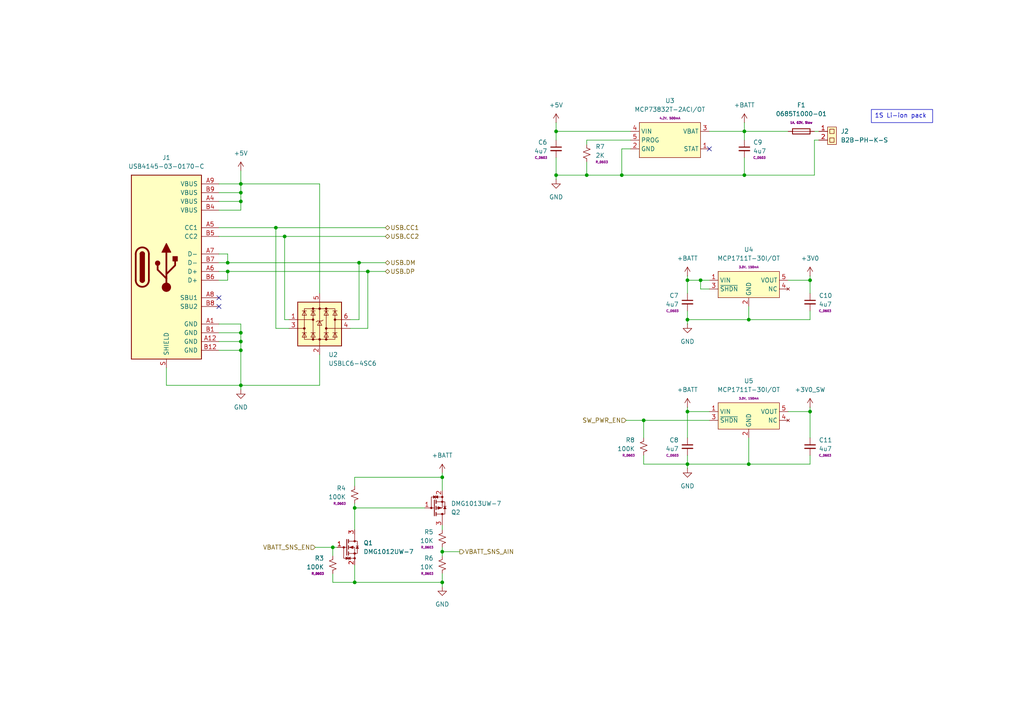
<source format=kicad_sch>
(kicad_sch (version 20250114) (generator "eeschema") (generator_version "9.0")
  (paper "A4")
  (title_block (title "Puzzlebox") (date "2025-12-27") (rev "v1.0") (company "TL Embedded Ltd"))
  (lib_symbols
    (symbol "C_Capacitor:C_0603" (pin_numbers (hide yes)) (pin_names (offset 1.016))
      (property "Reference" "C" (at 3.175 1.905 0))
      (property "Value" "100n" (at 5.08 0 0))
      (property "Size" "C_0603" (at 4.445 -1.905 0))
      (symbol "C_0603_1_1"
        (polyline (pts (xy -1.524 0.508) (xy 1.524 0.508)) (stroke (width 0.3048)))
        (polyline (pts (xy -1.524 -0.508) (xy 1.524 -0.508)) (stroke (width 0.3302)))
        (pin passive line (at 0 2.54 270) (length 2.032) (name "~") (number "1"))
        (pin passive line (at 0 -2.54 90) (length 2.032) (name "~") (number "2"))
      )
    )
    (symbol "F_Fuse:0685T1000-01" (pin_numbers (hide yes)) (pin_names (offset 1.016) (hide yes))
      (property "Reference" "F" (at 2.54 1.778 0))
      (property "Value" "0685T1000-01" (at 1.778 0 0))
      (property "Params" "1A, 63V, Slow" (at 2.032 -1.778 0))
      (symbol "0685T1000-01_1_1"
        (rectangle (start -0.762 -2.54) (end 0.762 2.54) (stroke (width 0.254)))
        (polyline (pts (xy 0 2.54) (xy 0 -2.54)))
        (pin passive line (at 0 3.81 270) (length 1.27) (name "~") (number "1"))
        (pin passive line (at 0 -3.81 90) (length 1.27) (name "~") (number "2"))
      )
    )
    (symbol "J_Connector:B2B-PH-K-S" (pin_names (hide yes))
      (property "Reference" "J" (at -1.27 6.35 0))
      (property "Value" "B2B-PH-K-S" (at 0 -1.27 0))
      (symbol "B2B-PH-K-S_0_1"
        (rectangle (start -1.27 5.08) (end 1.27 0) (stroke (width 0.1524)) (fill (type background)))
        (rectangle (start -0.635 4.445) (end 0.635 3.175) (stroke (width 0.1524)))
        (rectangle (start -0.635 1.905) (end 0.635 0.635) (stroke (width 0.1524)))
      )
      (symbol "B2B-PH-K-S_1_1"
        (pin passive line (at -3.81 3.81 0) (length 2.54) (name "1") (number "1"))
        (pin passive line (at -3.81 1.27 0) (length 2.54) (name "2") (number "2"))
      )
    )
    (symbol "J_Connector:USB4145-03-0170-C" (pin_names (offset 1.016))
      (property "Reference" "J" (at -9.652 32.258 0))
      (property "Value" "USB4145-03-0170-C" (at 10.668 29.718 0))
      (symbol "USB4145-03-0170-C_0_1"
        (polyline (pts (xy -8.89 -3.81) (xy -8.89 3.81)) (stroke (width 0.508)))
        (rectangle (start -7.62 -3.81) (end -6.35 3.81) (stroke (width 0.254)) (fill (type outline)))
        (arc (start -7.62 3.81) (mid -6.985 4.4423) (end -6.35 3.81) (stroke (width 0.254)))
        (arc (start -7.62 3.81) (mid -6.985 4.4423) (end -6.35 3.81) (stroke (width 0.254)) (fill (type outline)))
        (arc (start -8.89 3.81) (mid -6.985 5.7067) (end -5.08 3.81) (stroke (width 0.508)))
        (arc (start -5.08 -3.81) (mid -6.985 -5.7067) (end -8.89 -3.81) (stroke (width 0.508)))
        (arc (start -6.35 -3.81) (mid -6.985 -4.4423) (end -7.62 -3.81) (stroke (width 0.254)))
        (arc (start -6.35 -3.81) (mid -6.985 -4.4423) (end -7.62 -3.81) (stroke (width 0.254)) (fill (type outline)))
        (polyline (pts (xy -5.08 3.81) (xy -5.08 -3.81)) (stroke (width 0.508)))
        (circle (center -2.54 1.143) (radius 0.635) (stroke (width 0.254)) (fill (type outline)))
        (polyline (pts (xy -1.27 4.318) (xy 0 6.858) (xy 1.27 4.318) (xy -1.27 4.318)) (stroke (width 0.254)) (fill (type outline)))
        (polyline (pts (xy 0 -2.032) (xy 2.54 0.508) (xy 2.54 1.778)) (stroke (width 0.508)))
        (polyline (pts (xy 0 -3.302) (xy -2.54 -0.762) (xy -2.54 0.508)) (stroke (width 0.508)))
        (polyline (pts (xy 0 -5.842) (xy 0 4.318)) (stroke (width 0.508)))
        (circle (center 0 -5.842) (radius 1.27) (fill (type outline)))
        (rectangle (start 1.905 1.778) (end 3.175 3.048) (stroke (width 0.254)) (fill (type outline)))
      )
      (symbol "USB4145-03-0170-C_1_1"
        (rectangle (start -10.16 26.67) (end 10.16 -26.67) (stroke (width 0.254)) (fill (type background)))
        (pin passive line (at 0 -29.21 90) (length 2.54) (name "SHIELD") (number "S"))
        (pin passive line (at 15.24 24.13 180) (length 5.08) (name "VBUS") (number "A9"))
        (pin passive line (at 15.24 21.59 180) (length 5.08) (name "VBUS") (number "B9"))
        (pin passive line (at 15.24 19.05 180) (length 5.08) (name "VBUS") (number "A4"))
        (pin passive line (at 15.24 16.51 180) (length 5.08) (name "VBUS") (number "B4"))
        (pin bidirectional line (at 15.24 11.43 180) (length 5.08) (name "CC1") (number "A5"))
        (pin bidirectional line (at 15.24 8.89 180) (length 5.08) (name "CC2") (number "B5"))
        (pin bidirectional line (at 15.24 3.81 180) (length 5.08) (name "D-") (number "A7"))
        (pin bidirectional line (at 15.24 1.27 180) (length 5.08) (name "D-") (number "B7"))
        (pin bidirectional line (at 15.24 -1.27 180) (length 5.08) (name "D+") (number "A6"))
        (pin bidirectional line (at 15.24 -3.81 180) (length 5.08) (name "D+") (number "B6"))
        (pin bidirectional line (at 15.24 -8.89 180) (length 5.08) (name "SBU1") (number "A8"))
        (pin bidirectional line (at 15.24 -11.43 180) (length 5.08) (name "SBU2") (number "B8"))
        (pin passive line (at 15.24 -16.51 180) (length 5.08) (name "GND") (number "A1"))
        (pin passive line (at 15.24 -19.05 180) (length 5.08) (name "GND") (number "B1"))
        (pin passive line (at 15.24 -21.59 180) (length 5.08) (name "GND") (number "A12"))
        (pin passive line (at 15.24 -24.13 180) (length 5.08) (name "GND") (number "B12"))
      )
    )
    (symbol "Q_MOSFET:DMG1012UW-7" (pin_names (offset 0) (hide yes))
      (property "Reference" "Q" (at 2.286 1.524 0))
      (property "Value" "DMG1012UW-7" (at 2.286 -0.508 0))
      (symbol "DMG1012UW-7_0_1"
        (polyline (pts (xy -3.81 0) (xy -2.286 0)))
        (circle (center -3.175 0) (radius 0.254) (fill (type outline)))
        (polyline (pts (xy -2.286 -2.286) (xy -2.286 2.286)) (stroke (width 0.254)))
        (polyline (pts (xy -1.778 2.286) (xy -1.778 1.27)) (stroke (width 0.254)))
        (polyline (pts (xy -1.778 1.778) (xy 0.762 1.778) (xy 0.762 -1.778) (xy -1.778 -1.778)))
        (polyline (pts (xy -1.778 0.508) (xy -1.778 -0.508)) (stroke (width 0.254)))
        (polyline (pts (xy -1.778 -1.27) (xy -1.778 -2.286)) (stroke (width 0.254)))
        (polyline (pts (xy -1.778 -3.683) (xy -1.905 -3.556) (xy -1.905 -2.794) (xy -2.032 -2.667)))
        (polyline (pts (xy -1.4732 0) (xy -0.4572 -0.381) (xy -0.4572 0.381) (xy -1.4732 0)) (fill (type outline)))
        (polyline (pts (xy 0 3.81) (xy 0 1.778)))
        (circle (center 0 1.778) (radius 0.254) (fill (type outline)))
        (circle (center 0 -1.778) (radius 0.254) (fill (type outline)))
        (polyline (pts (xy 0 -3.175) (xy -3.175 -3.175) (xy -3.175 0)))
        (circle (center 0 -3.175) (radius 0.254) (fill (type outline)))
        (polyline (pts (xy 0 -3.81) (xy 0 0) (xy -1.778 0)))
        (polyline (pts (xy 1.143 0.381) (xy 0.381 0.381)))
      )
      (symbol "DMG1012UW-7_1_1"
        (polyline (pts (xy -1.905 -3.175) (xy -2.54 -3.556) (xy -2.54 -2.794) (xy -1.905 -3.175)) (fill (type outline)))
        (polyline (pts (xy -1.905 -3.175) (xy -1.27 -2.794) (xy -1.27 -3.556) (xy -1.905 -3.175)) (fill (type outline)))
        (polyline (pts (xy 0.762 0.3048) (xy 1.143 -0.3302) (xy 0.381 -0.3302) (xy 0.762 0.3048)) (fill (type outline)))
        (pin input line (at -5.08 0 0) (length 1.27) (name "G") (number "1"))
        (pin passive line (at 0 5.08 270) (length 1.27) (name "D") (number "3"))
        (pin passive line (at 0 -5.08 90) (length 1.27) (name "S") (number "2"))
      )
    )
    (symbol "Q_MOSFET:DMG1013UW-7" (pin_names (offset 0) (hide yes))
      (property "Reference" "Q" (at 2.286 1.524 0))
      (property "Value" "DMG1013UW-7" (at 2.286 -0.508 0))
      (symbol "DMG1013UW-7_0_1"
        (polyline (pts (xy -3.81 0) (xy -2.286 0)))
        (circle (center -3.175 0) (radius 0.254) (fill (type outline)))
        (polyline (pts (xy -2.286 -2.286) (xy -2.286 2.286)) (stroke (width 0.254)))
        (polyline (pts (xy -1.778 2.286) (xy -1.778 1.27)) (stroke (width 0.254)))
        (polyline (pts (xy -1.778 1.778) (xy 0.762 1.778) (xy 0.762 -1.778) (xy -1.778 -1.778)))
        (polyline (pts (xy -1.778 0.508) (xy -1.778 -0.508)) (stroke (width 0.254)))
        (polyline (pts (xy -1.778 -1.27) (xy -1.778 -2.286)) (stroke (width 0.254)))
        (polyline (pts (xy -1.778 -3.683) (xy -1.905 -3.556) (xy -1.905 -2.794) (xy -2.032 -2.667)))
        (polyline (pts (xy -0.254 0) (xy -1.27 0.381) (xy -1.27 -0.381) (xy -0.254 0)) (fill (type outline)))
        (polyline (pts (xy 0 3.81) (xy 0 1.778)))
        (circle (center 0 1.778) (radius 0.254) (fill (type outline)))
        (circle (center 0 -1.778) (radius 0.254) (fill (type outline)))
        (polyline (pts (xy 0 -3.175) (xy -3.175 -3.175) (xy -3.175 0)))
        (circle (center 0 -3.175) (radius 0.254) (fill (type outline)))
        (polyline (pts (xy 0 -3.81) (xy 0 0) (xy -1.778 0)))
        (polyline (pts (xy 1.143 -0.4572) (xy 0.381 -0.4572)))
      )
      (symbol "DMG1013UW-7_1_1"
        (polyline (pts (xy -1.905 -3.175) (xy -2.54 -3.556) (xy -2.54 -2.794) (xy -1.905 -3.175)) (fill (type outline)))
        (polyline (pts (xy -1.905 -3.175) (xy -1.27 -2.794) (xy -1.27 -3.556) (xy -1.905 -3.175)) (fill (type outline)))
        (polyline (pts (xy 0.762 -0.381) (xy 0.381 0.254) (xy 1.143 0.254) (xy 0.762 -0.381)) (fill (type outline)))
        (pin input line (at -5.08 0 0) (length 1.27) (name "G") (number "1"))
        (pin passive line (at 0 5.08 270) (length 1.27) (name "D") (number "3"))
        (pin passive line (at 0 -5.08 90) (length 1.27) (name "S") (number "2"))
      )
    )
    (symbol "R_Resistor:R_0603" (pin_numbers (hide yes)) (pin_names (offset 1.016))
      (property "Reference" "R" (at 2.54 1.905 0))
      (property "Value" "10K" (at 3.81 0 0))
      (property "Size" "R_0603" (at 3.81 -1.905 0))
      (symbol "R_0603_1_1"
        (polyline (pts (xy 0 1.524) (xy 1.016 1.143) (xy 0 0.762) (xy -1.016 0.381) (xy 0 0)))
        (polyline (pts (xy 0 0) (xy 1.016 -0.381) (xy 0 -0.762) (xy -1.016 -1.143) (xy 0 -1.524)))
        (pin passive line (at 0 2.54 270) (length 1.016) (name "~") (number "1"))
        (pin passive line (at 0 -2.54 90) (length 1.016) (name "~") (number "2"))
      )
    )
    (symbol "U_Basic:USBLC6-4SC6" (pin_names (hide yes))
      (property "Reference" "U" (at -5.715 8.255 0))
      (property "Value" "USBLC6-4SC6" (at 8.89 -8.255 0))
      (symbol "USBLC6-4SC6_0_0"
        (rectangle (start -4.445 4.445) (end 4.445 -4.445))
        (polyline (pts (xy -1.905 -4.445) (xy -1.905 4.572)))
        (polyline (pts (xy 0 6.35) (xy 0 -6.35)))
        (polyline (pts (xy 1.905 4.572) (xy 1.905 -4.445)))
      )
      (symbol "USBLC6-4SC6_0_1"
        (polyline (pts (xy -6.477 1.27) (xy -1.905 1.27)))
        (rectangle (start -6.35 6.35) (end 6.35 -6.35) (stroke (width 0.254)) (fill (type background)))
        (polyline (pts (xy -6.35 -1.27) (xy -4.445 -1.27)))
        (circle (center -4.445 -1.27) (radius 0.2794) (fill (type outline)))
        (polyline (pts (xy -3.81 3.81) (xy -5.08 3.81)))
        (polyline (pts (xy -3.81 2.54) (xy -5.08 2.54) (xy -4.445 3.81) (xy -3.81 2.54)))
        (polyline (pts (xy -3.81 -2.54) (xy -5.08 -2.54)))
        (polyline (pts (xy -3.81 -3.81) (xy -5.08 -3.81) (xy -4.445 -2.54) (xy -3.81 -3.81)))
        (circle (center -1.905 4.445) (radius 0.2794) (fill (type outline)))
        (circle (center -1.905 1.27) (radius 0.2794) (fill (type outline)))
        (circle (center -1.905 -4.445) (radius 0.2794) (fill (type outline)))
        (polyline (pts (xy -1.27 3.81) (xy -2.54 3.81)))
        (polyline (pts (xy -1.27 2.54) (xy -2.54 2.54) (xy -1.905 3.81) (xy -1.27 2.54)))
        (polyline (pts (xy -1.27 -2.54) (xy -2.54 -2.54)))
        (polyline (pts (xy -1.27 -3.81) (xy -2.54 -3.81) (xy -1.905 -2.54) (xy -1.27 -3.81)))
        (polyline (pts (xy -0.635 0.889) (xy -1.016 0.635)))
        (circle (center 0 4.445) (radius 0.2794) (fill (type outline)))
        (circle (center 0 -4.445) (radius 0.2794) (fill (type outline)))
        (polyline (pts (xy 0.635 0.889) (xy -0.635 0.889)))
        (polyline (pts (xy 0.635 0.889) (xy 1.016 1.143)))
        (polyline (pts (xy 0.635 -0.381) (xy -0.635 -0.381) (xy 0 0.889) (xy 0.635 -0.381)))
        (circle (center 1.905 4.445) (radius 0.2794) (fill (type outline)))
        (circle (center 1.905 -1.27) (radius 0.2794) (fill (type outline)))
        (circle (center 1.905 -4.445) (radius 0.2794) (fill (type outline)))
        (polyline (pts (xy 2.54 3.81) (xy 1.27 3.81)))
        (polyline (pts (xy 2.54 2.54) (xy 1.27 2.54) (xy 1.905 3.81) (xy 2.54 2.54)))
        (polyline (pts (xy 2.54 -2.54) (xy 1.27 -2.54)))
        (polyline (pts (xy 2.54 -3.81) (xy 1.27 -3.81) (xy 1.905 -2.54) (xy 2.54 -3.81)))
        (circle (center 4.445 1.27) (radius 0.2794) (fill (type outline)))
        (polyline (pts (xy 5.08 3.81) (xy 3.81 3.81)))
        (polyline (pts (xy 5.08 2.54) (xy 3.81 2.54) (xy 4.445 3.81) (xy 5.08 2.54)))
        (polyline (pts (xy 5.08 -2.54) (xy 3.81 -2.54)))
        (polyline (pts (xy 5.08 -3.81) (xy 3.81 -3.81) (xy 4.445 -2.54) (xy 5.08 -3.81)))
        (polyline (pts (xy 6.35 1.27) (xy 4.445 1.27)))
        (polyline (pts (xy 6.35 -1.27) (xy 1.905 -1.27)))
      )
      (symbol "USBLC6-4SC6_1_1"
        (pin passive line (at -8.89 1.27 0) (length 2.54) (name "~") (number "1"))
        (pin passive line (at -8.89 -1.27 0) (length 2.54) (name "~") (number "3"))
        (pin passive line (at 0 8.89 270) (length 2.54) (name "~") (number "5"))
        (pin passive line (at 0 -8.89 90) (length 2.54) (name "~") (number "2"))
        (pin passive line (at 8.89 1.27 180) (length 2.54) (name "~") (number "6"))
        (pin passive line (at 8.89 -1.27 180) (length 2.54) (name "~") (number "4"))
      )
    )
    (symbol "U_Power:MCP1711T-30I/OT"
      (property "Reference" "U" (at -7.62 6.35 0))
      (property "Value" "MCP1711T-30I/OT" (at 12.7 -3.81 0))
      (property "Params" "3.0V, 150mA" (at 6.35 -5.08 0))
      (symbol "MCP1711T-30I/OT_0_1"
        (rectangle (start -8.89 -2.54) (end 8.89 5.08) (stroke (width 0.1524)) (fill (type background)))
      )
      (symbol "MCP1711T-30I/OT_1_1"
        (pin power_in line (at -11.43 2.54 0) (length 2.54) (name "VIN") (number "1"))
        (pin input line (at -11.43 0 0) (length 2.54) (name "~{SHDN}") (number "3"))
        (pin power_in line (at 0 -5.08 90) (length 2.54) (name "GND") (number "2"))
        (pin power_out line (at 11.43 2.54 180) (length 2.54) (name "VOUT") (number "5"))
        (pin no_connect line (at 11.43 0 180) (length 2.54) (name "NC") (number "4"))
      )
    )
    (symbol "U_Power:MCP73832T-2ACI/OT"
      (property "Reference" "U" (at -7.62 6.35 0))
      (property "Value" "MCP73832T-2ACI/OT" (at 0 -6.35 0))
      (property "Params" "4.2V, 500mA" (at 0.1243 -7.9502 0))
      (symbol "MCP73832T-2ACI/OT_0_1"
        (rectangle (start -8.89 5.08) (end 8.89 -5.08) (stroke (width 0.1524)) (fill (type background)))
      )
      (symbol "MCP73832T-2ACI/OT_1_1"
        (pin power_in line (at -11.43 2.54 0) (length 2.54) (name "VIN") (number "4"))
        (pin input line (at -11.43 0 0) (length 2.54) (name "PROG") (number "5"))
        (pin power_in line (at -11.43 -2.54 0) (length 2.54) (name "GND") (number "2"))
        (pin power_out line (at 11.43 2.54 180) (length 2.54) (name "VBAT") (number "3"))
        (pin output line (at 11.43 -2.54 180) (length 2.54) (name "STAT") (number "1"))
      )
    )
    (symbol "power:+5V" (power) (pin_numbers (hide yes)) (pin_names (offset 0) (hide yes))
      (property "Value" "+5V" (at 0 3.556 0))
      (symbol "+5V_0_1"
        (polyline (pts (xy -0.762 1.27) (xy 0 2.54)))
        (polyline (pts (xy 0 2.54) (xy 0.762 1.27)))
        (polyline (pts (xy 0 0) (xy 0 2.54)))
      )
      (symbol "+5V_1_1"
        (pin power_in line (at 0 0 90) (length 0) (name "~") (number "1"))
      )
    )
    (symbol "power:+BATT" (power) (pin_numbers (hide yes)) (pin_names (offset 0) (hide yes))
      (property "Value" "+BATT" (at 0 3.556 0))
      (symbol "+BATT_0_1"
        (polyline (pts (xy -0.762 1.27) (xy 0 2.54)))
        (polyline (pts (xy 0 2.54) (xy 0.762 1.27)))
        (polyline (pts (xy 0 0) (xy 0 2.54)))
      )
      (symbol "+BATT_1_1"
        (pin power_in line (at 0 0 90) (length 0) (name "~") (number "1"))
      )
    )
    (symbol "power:GND" (power) (pin_numbers (hide yes)) (pin_names (offset 0) (hide yes))
      (property "Value" "GND" (at 0 -3.81 0))
      (symbol "GND_0_1"
        (polyline (pts (xy 0 0) (xy 0 -1.27) (xy 1.27 -1.27) (xy 0 -2.54) (xy -1.27 -1.27) (xy 0 -1.27)))
      )
      (symbol "GND_1_1"
        (pin power_in line (at 0 0 270) (length 0) (name "~") (number "1"))
      )
    )
    (symbol "power:VDD" (power) (pin_numbers (hide yes)) (pin_names (offset 0) (hide yes))
      (property "Value" "VDD" (at 0 3.556 0))
      (symbol "VDD_0_1"
        (polyline (pts (xy -0.762 1.27) (xy 0 2.54)))
        (polyline (pts (xy 0 2.54) (xy 0.762 1.27)))
        (polyline (pts (xy 0 0) (xy 0 2.54)))
      )
      (symbol "VDD_1_1"
        (pin power_in line (at 0 0 90) (length 0) (name "~") (number "1"))
      )
    )
  )
  (text_box "1S Li-ion pack" (at 252.73 31.75 0) (size 17.78 3.81) (margins 0.9525 0.9525 0.9525 0.9525) (effects (font (size 1.27 1.27)) (justify left top)))
  (junction (at 69.85 55.88))
  (junction (at 161.29 38.1))
  (junction (at 217.17 134.62))
  (junction (at 128.27 138.43))
  (junction (at 82.55 68.58))
  (junction (at 80.01 66.04))
  (junction (at 215.9 50.8))
  (junction (at 102.87 168.91))
  (junction (at 69.85 96.52))
  (junction (at 69.85 53.34))
  (junction (at 217.17 92.71))
  (junction (at 102.87 147.32))
  (junction (at 180.34 50.8))
  (junction (at 69.85 99.06))
  (junction (at 234.95 119.38))
  (junction (at 203.2 81.28))
  (junction (at 96.52 158.75))
  (junction (at 234.95 81.28))
  (junction (at 199.39 134.62))
  (junction (at 186.69 121.92))
  (junction (at 104.14 76.2))
  (junction (at 69.85 101.6))
  (junction (at 215.9 38.1))
  (junction (at 66.04 76.2))
  (junction (at 128.27 168.91))
  (junction (at 69.85 58.42))
  (junction (at 161.29 50.8))
  (junction (at 128.27 160.02))
  (junction (at 170.18 50.8))
  (junction (at 66.04 78.74))
  (junction (at 199.39 81.28))
  (junction (at 69.85 111.76))
  (junction (at 199.39 119.38))
  (junction (at 199.39 92.71))
  (junction (at 106.68 78.74))
  (no_connect (at 63.5 88.9))
  (no_connect (at 205.74 43.18))
  (no_connect (at 63.5 86.36))
  (wire (pts (xy 199.39 81.28) (xy 199.39 80.01)))
  (wire (pts (xy 128.27 138.43) (xy 128.27 142.24)))
  (wire (pts (xy 217.17 88.9) (xy 217.17 92.71)))
  (wire (pts (xy 180.34 43.18) (xy 180.34 50.8)))
  (wire (pts (xy 80.01 66.04) (xy 111.76 66.04)))
  (wire (pts (xy 161.29 45.72) (xy 161.29 50.8)))
  (wire (pts (xy 199.39 119.38) (xy 199.39 118.11)))
  (wire (pts (xy 101.6 95.25) (xy 106.68 95.25)))
  (wire (pts (xy 106.68 78.74) (xy 111.76 78.74)))
  (wire (pts (xy 199.39 119.38) (xy 199.39 127)))
  (wire (pts (xy 234.95 127) (xy 234.95 119.38)))
  (wire (pts (xy 215.9 50.8) (xy 236.22 50.8)))
  (wire (pts (xy 69.85 49.53) (xy 69.85 53.34)))
  (wire (pts (xy 69.85 93.98) (xy 69.85 96.52)))
  (wire (pts (xy 234.95 90.17) (xy 234.95 92.71)))
  (wire (pts (xy 63.5 53.34) (xy 69.85 53.34)))
  (wire (pts (xy 236.22 40.64) (xy 236.22 50.8)))
  (wire (pts (xy 161.29 50.8) (xy 170.18 50.8)))
  (wire (pts (xy 215.9 38.1) (xy 215.9 40.64)))
  (wire (pts (xy 234.95 80.01) (xy 234.95 81.28)))
  (wire (pts (xy 69.85 53.34) (xy 69.85 55.88)))
  (wire (pts (xy 234.95 118.11) (xy 234.95 119.38)))
  (wire (pts (xy 102.87 168.91) (xy 102.87 163.83)))
  (wire (pts (xy 205.74 38.1) (xy 215.9 38.1)))
  (wire (pts (xy 234.95 81.28) (xy 228.6 81.28)))
  (wire (pts (xy 161.29 40.64) (xy 161.29 38.1)))
  (wire (pts (xy 69.85 96.52) (xy 69.85 99.06)))
  (wire (pts (xy 83.82 92.71) (xy 82.55 92.71)))
  (wire (pts (xy 205.74 83.82) (xy 203.2 83.82)))
  (wire (pts (xy 66.04 78.74) (xy 106.68 78.74)))
  (wire (pts (xy 102.87 140.97) (xy 102.87 138.43)))
  (wire (pts (xy 48.26 111.76) (xy 69.85 111.76)))
  (wire (pts (xy 199.39 135.89) (xy 199.39 134.62)))
  (wire (pts (xy 63.5 66.04) (xy 80.01 66.04)))
  (wire (pts (xy 83.82 95.25) (xy 80.01 95.25)))
  (wire (pts (xy 236.22 38.1) (xy 237.49 38.1)))
  (wire (pts (xy 161.29 35.56) (xy 161.29 38.1)))
  (wire (pts (xy 128.27 160.02) (xy 133.35 160.02)))
  (wire (pts (xy 199.39 92.71) (xy 217.17 92.71)))
  (wire (pts (xy 96.52 166.37) (xy 96.52 168.91)))
  (wire (pts (xy 69.85 99.06) (xy 69.85 101.6)))
  (wire (pts (xy 48.26 106.68) (xy 48.26 111.76)))
  (wire (pts (xy 92.71 53.34) (xy 69.85 53.34)))
  (wire (pts (xy 161.29 50.8) (xy 161.29 52.07)))
  (wire (pts (xy 102.87 138.43) (xy 128.27 138.43)))
  (wire (pts (xy 199.39 132.08) (xy 199.39 134.62)))
  (wire (pts (xy 63.5 58.42) (xy 69.85 58.42)))
  (wire (pts (xy 203.2 83.82) (xy 203.2 81.28)))
  (wire (pts (xy 203.2 81.28) (xy 199.39 81.28)))
  (wire (pts (xy 63.5 78.74) (xy 66.04 78.74)))
  (wire (pts (xy 96.52 168.91) (xy 102.87 168.91)))
  (wire (pts (xy 205.74 81.28) (xy 203.2 81.28)))
  (wire (pts (xy 182.88 43.18) (xy 180.34 43.18)))
  (wire (pts (xy 69.85 55.88) (xy 69.85 58.42)))
  (wire (pts (xy 69.85 101.6) (xy 69.85 111.76)))
  (wire (pts (xy 92.71 102.87) (xy 92.71 111.76)))
  (wire (pts (xy 69.85 58.42) (xy 69.85 60.96)))
  (wire (pts (xy 69.85 111.76) (xy 92.71 111.76)))
  (wire (pts (xy 80.01 66.04) (xy 80.01 95.25)))
  (wire (pts (xy 199.39 81.28) (xy 199.39 85.09)))
  (wire (pts (xy 66.04 73.66) (xy 66.04 76.2)))
  (wire (pts (xy 69.85 60.96) (xy 63.5 60.96)))
  (wire (pts (xy 123.19 147.32) (xy 102.87 147.32)))
  (wire (pts (xy 180.34 50.8) (xy 215.9 50.8)))
  (wire (pts (xy 161.29 38.1) (xy 182.88 38.1)))
  (wire (pts (xy 63.5 81.28) (xy 66.04 81.28)))
  (wire (pts (xy 234.95 92.71) (xy 217.17 92.71)))
  (wire (pts (xy 199.39 119.38) (xy 205.74 119.38)))
  (wire (pts (xy 186.69 132.08) (xy 186.69 134.62)))
  (wire (pts (xy 63.5 73.66) (xy 66.04 73.66)))
  (wire (pts (xy 82.55 68.58) (xy 82.55 92.71)))
  (wire (pts (xy 128.27 166.37) (xy 128.27 168.91)))
  (wire (pts (xy 102.87 147.32) (xy 102.87 153.67)))
  (wire (pts (xy 128.27 160.02) (xy 128.27 161.29)))
  (wire (pts (xy 215.9 35.56) (xy 215.9 38.1)))
  (wire (pts (xy 186.69 121.92) (xy 186.69 127)))
  (wire (pts (xy 234.95 134.62) (xy 217.17 134.62)))
  (wire (pts (xy 199.39 93.98) (xy 199.39 92.71)))
  (wire (pts (xy 199.39 134.62) (xy 217.17 134.62)))
  (wire (pts (xy 181.61 121.92) (xy 186.69 121.92)))
  (wire (pts (xy 170.18 40.64) (xy 170.18 41.91)))
  (wire (pts (xy 63.5 76.2) (xy 66.04 76.2)))
  (wire (pts (xy 63.5 93.98) (xy 69.85 93.98)))
  (wire (pts (xy 128.27 170.18) (xy 128.27 168.91)))
  (wire (pts (xy 128.27 158.75) (xy 128.27 160.02)))
  (wire (pts (xy 182.88 40.64) (xy 170.18 40.64)))
  (wire (pts (xy 234.95 85.09) (xy 234.95 81.28)))
  (wire (pts (xy 82.55 68.58) (xy 111.76 68.58)))
  (wire (pts (xy 96.52 161.29) (xy 96.52 158.75)))
  (wire (pts (xy 63.5 101.6) (xy 69.85 101.6)))
  (wire (pts (xy 215.9 38.1) (xy 228.6 38.1)))
  (wire (pts (xy 234.95 132.08) (xy 234.95 134.62)))
  (wire (pts (xy 63.5 96.52) (xy 69.85 96.52)))
  (wire (pts (xy 199.39 90.17) (xy 199.39 92.71)))
  (wire (pts (xy 91.44 158.75) (xy 96.52 158.75)))
  (wire (pts (xy 66.04 81.28) (xy 66.04 78.74)))
  (wire (pts (xy 237.49 40.64) (xy 236.22 40.64)))
  (wire (pts (xy 63.5 55.88) (xy 69.85 55.88)))
  (wire (pts (xy 104.14 76.2) (xy 111.76 76.2)))
  (wire (pts (xy 63.5 68.58) (xy 82.55 68.58)))
  (wire (pts (xy 96.52 158.75) (xy 97.79 158.75)))
  (wire (pts (xy 92.71 85.09) (xy 92.71 53.34)))
  (wire (pts (xy 63.5 99.06) (xy 69.85 99.06)))
  (wire (pts (xy 102.87 168.91) (xy 128.27 168.91)))
  (wire (pts (xy 180.34 50.8) (xy 170.18 50.8)))
  (wire (pts (xy 215.9 45.72) (xy 215.9 50.8)))
  (wire (pts (xy 101.6 92.71) (xy 104.14 92.71)))
  (wire (pts (xy 69.85 111.76) (xy 69.85 113.03)))
  (wire (pts (xy 106.68 78.74) (xy 106.68 95.25)))
  (wire (pts (xy 66.04 76.2) (xy 104.14 76.2)))
  (wire (pts (xy 128.27 137.16) (xy 128.27 138.43)))
  (wire (pts (xy 104.14 76.2) (xy 104.14 92.71)))
  (wire (pts (xy 102.87 146.05) (xy 102.87 147.32)))
  (wire (pts (xy 186.69 134.62) (xy 199.39 134.62)))
  (wire (pts (xy 217.17 127) (xy 217.17 134.62)))
  (wire (pts (xy 128.27 152.4) (xy 128.27 153.67)))
  (wire (pts (xy 234.95 119.38) (xy 228.6 119.38)))
  (wire (pts (xy 170.18 50.8) (xy 170.18 46.99)))
  (wire (pts (xy 186.69 121.92) (xy 205.74 121.92)))
  (hierarchical_label "USB.DM" (shape bidirectional) (at 111.76 76.2 0))
  (hierarchical_label "VBATT_SNS_AIN" (shape output) (at 133.35 160.02 0))
  (hierarchical_label "SW_PWR_EN" (shape input) (at 181.61 121.92 180))
  (hierarchical_label "VBATT_SNS_EN" (shape input) (at 91.44 158.75 180))
  (hierarchical_label "USB.CC2" (shape bidirectional) (at 111.76 68.58 0))
  (hierarchical_label "USB.CC1" (shape bidirectional) (at 111.76 66.04 0))
  (hierarchical_label "USB.DP" (shape bidirectional) (at 111.76 78.74 0))
  (symbol (lib_id "power:+5V") (at 69.85 49.53 0) (unit 1)
    (property "Reference" "#PWR011" (effects (hide yes)))
    (property "Value" "+5V" (at 69.85 44.45 0))
    (property "Description" "Power symbol creates a global label with name \"+5V\"" (effects (hide yes)))
  )
  (symbol (lib_id "power:GND") (at 199.39 135.89 0) (unit 1)
    (property "Reference" "#PWR020" (effects (hide yes)))
    (property "Value" "GND" (at 199.39 140.97 0))
    (property "Description" "Power symbol creates a global label with name \"GND\" , ground" (effects (hide yes)))
  )
  (symbol (lib_id "U_Power:MCP1711T-30I/OT") (at 217.17 121.92 0) (unit 1)
    (property "Reference" "U5" (at 217.17 110.49 0))
    (property "Value" "MCP1711T-30I/OT" (at 217.17 113.03 0))
    (property "Footprint" "U_IC:SOT23_5" (effects (hide yes)))
    (property "Datasheet" "https://ww1.microchip.com/downloads/en/DeviceDoc/20005415D.pdf" (effects (hide yes)))
    (property "Description" "IC REG LINEAR 3V 150MA SOT23-5" (effects (hide yes)))
    (property "Params" "3.0V, 150mA" (at 217.17 115.57 0) (effects (font (size 0.6 0.6))))
  )
  (symbol (lib_id "R_Resistor:R_0603") (at 102.87 143.51 0) (mirror x) (unit 1)
    (property "Reference" "R4" (at 100.33 141.6049 0) (effects (justify right)))
    (property "Value" "100K" (at 100.33 144.1449 0) (effects (justify right)))
    (property "Footprint" "R_Resistor:R_0603" (effects (hide yes)))
    (property "Size" "R_0603" (at 100.33 146.05 0) (effects (font (size 0.635 0.635)) (justify right)))
  )
  (symbol (lib_id "R_Resistor:R_0603") (at 170.18 44.45 0) (unit 1)
    (property "Reference" "R7" (at 172.72 42.5449 0) (effects (justify left)))
    (property "Value" "2K" (at 172.72 45.0849 0) (effects (justify left)))
    (property "Footprint" "R_Resistor:R_0603" (effects (hide yes)))
    (property "Size" "R_0603" (at 172.72 46.99 0) (effects (font (size 0.635 0.635)) (justify left)))
  )
  (symbol (lib_id "power:GND") (at 161.29 52.07 0) (unit 1)
    (property "Reference" "#PWR016" (effects (hide yes)))
    (property "Value" "GND" (at 161.29 57.15 0))
    (property "Description" "Power symbol creates a global label with name \"GND\" , ground" (effects (hide yes)))
  )
  (symbol (lib_id "U_Basic:USBLC6-4SC6") (at 92.71 93.98 0) (unit 1)
    (property "Reference" "U2" (at 95.25 102.87 0) (effects (justify left)))
    (property "Value" "USBLC6-4SC6" (at 95.25 105.41 0) (effects (justify left)))
    (property "Footprint" "U_IC:SOT23_6" (effects (hide yes)))
    (property "Description" "TVS DIODE 5.25VWM 17VC SOT23-6" (effects (hide yes)))
  )
  (symbol (lib_id "power:VDD") (at 234.95 80.01 0) (unit 1)
    (property "Reference" "#PWR022" (effects (hide yes)))
    (property "Value" "+3V0" (at 234.95 74.93 0))
    (property "Description" "Power symbol creates a global label with name \"+3V0\"" (effects (hide yes)))
  )
  (symbol (lib_id "C_Capacitor:C_0603") (at 199.39 129.54 0) (unit 1)
    (property "Reference" "C8" (at 196.85 127.6412 0) (effects (justify right)))
    (property "Value" "4u7" (at 196.85 130.1812 0) (effects (justify right)))
    (property "Footprint" "C_Capacitor:C_0603" (effects (hide yes)))
    (property "Size" "C_0603" (at 196.85 132.0863 0) (effects (font (size 0.635 0.635)) (justify right)))
  )
  (symbol (lib_id "U_Power:MCP73832T-2ACI/OT") (at 194.31 40.64 0) (unit 1)
    (property "Reference" "U3" (at 194.31 29.21 0))
    (property "Value" "MCP73832T-2ACI/OT" (at 194.31 31.75 0))
    (property "Footprint" "U_IC:SOT23_5" (effects (hide yes)))
    (property "Datasheet" "https://ww1.microchip.com/downloads/en/DeviceDoc/MCP73831-Family-Data-Sheet-DS20001984H.pdf" (effects (hide yes)))
    (property "Description" "IC BATT CNTL LI-ION 1CEL SOT23-5" (effects (hide yes)))
    (property "Params" "4.2V, 500mA" (at 194.31 34.29 0) (effects (font (size 0.63 0.63))))
  )
  (symbol (lib_id "Q_MOSFET:DMG1013UW-7") (at 128.27 147.32 0) (mirror x) (unit 1)
    (property "Reference" "Q2" (at 130.81 148.5901 0) (effects (justify left)))
    (property "Value" "DMG1013UW-7" (at 130.81 146.0501 0) (effects (justify left)))
    (property "Footprint" "U_IC:SC70-3" (effects (hide yes)))
    (property "Datasheet" "https://www.diodes.com/assets/Datasheets/ds31861.pdf" (effects (hide yes)))
    (property "Description" "MOSFET P-CH 20V 820MA SOT323" (effects (hide yes)))
  )
  (symbol (lib_id "R_Resistor:R_0603") (at 128.27 163.83 0) (mirror x) (unit 1)
    (property "Reference" "R6" (at 125.73 161.9249 0) (effects (justify right)))
    (property "Value" "10K" (at 125.73 164.4649 0) (effects (justify right)))
    (property "Footprint" "R_Resistor:R_0603" (effects (hide yes)))
    (property "Size" "R_0603" (at 125.73 166.37 0) (effects (font (size 0.635 0.635)) (justify right)))
  )
  (symbol (lib_id "J_Connector:B2B-PH-K-S") (at 241.3 41.91 0) (unit 1)
    (property "Reference" "J2" (at 243.84 38.0999 0) (effects (justify left)))
    (property "Value" "B2B-PH-K-S" (at 243.84 40.6399 0) (effects (justify left)))
    (property "Footprint" "J_Connector:JST_B2B-PH-K" (effects (hide yes)))
    (property "Datasheet" "https://www.jst-mfg.com/product/pdf/eng/ePH.pdf" (effects (hide yes)))
    (property "Description" "CONN HEADER VERT 2POS 2MM" (effects (hide yes)))
  )
  (symbol (lib_id "C_Capacitor:C_0603") (at 234.95 129.54 0) (mirror y) (unit 1)
    (property "Reference" "C11" (at 237.49 127.6412 0) (effects (justify right)))
    (property "Value" "4u7" (at 237.49 130.1812 0) (effects (justify right)))
    (property "Footprint" "C_Capacitor:C_0603" (effects (hide yes)))
    (property "Size" "C_0603" (at 237.49 132.0863 0) (effects (font (size 0.635 0.635)) (justify right)))
  )
  (symbol (lib_id "R_Resistor:R_0603") (at 96.52 163.83 0) (mirror x) (unit 1)
    (property "Reference" "R3" (at 93.98 161.9249 0) (effects (justify right)))
    (property "Value" "100K" (at 93.98 164.4649 0) (effects (justify right)))
    (property "Footprint" "R_Resistor:R_0603" (effects (hide yes)))
    (property "Size" "R_0603" (at 93.98 166.37 0) (effects (font (size 0.635 0.635)) (justify right)))
  )
  (symbol (lib_id "power:+5V") (at 161.29 35.56 0) (unit 1)
    (property "Reference" "#PWR015" (effects (hide yes)))
    (property "Value" "+5V" (at 161.29 30.48 0))
    (property "Description" "Power symbol creates a global label with name \"+5V\"" (effects (hide yes)))
  )
  (symbol (lib_id "C_Capacitor:C_0603") (at 199.39 87.63 0) (unit 1)
    (property "Reference" "C7" (at 196.85 85.7312 0) (effects (justify right)))
    (property "Value" "4u7" (at 196.85 88.2712 0) (effects (justify right)))
    (property "Footprint" "C_Capacitor:C_0603" (effects (hide yes)))
    (property "Size" "C_0603" (at 196.85 90.1763 0) (effects (font (size 0.635 0.635)) (justify right)))
  )
  (symbol (lib_id "F_Fuse:0685T1000-01") (at 232.41 38.1 90) (unit 1)
    (property "Reference" "F1" (at 232.41 30.48 90))
    (property "Value" "0685T1000-01" (at 232.41 33.02 90))
    (property "Footprint" "F_Fuse:F_1206" (effects (hide yes)))
    (property "Datasheet" "https://www.belfuse.com/resources/datasheets/circuitprotection/ds-cp-c2f-series.pdf" (effects (hide yes)))
    (property "Description" "FUSE BRD MNT 1.0A 63VAC/VDC 1206" (effects (hide yes)))
    (property "Params" "1A, 63V, Slow" (at 232.41 35.56 90) (effects (font (size 0.6096 0.6096))))
  )
  (symbol (lib_id "R_Resistor:R_0603") (at 186.69 129.54 0) (mirror x) (unit 1)
    (property "Reference" "R8" (at 184.15 127.6349 0) (effects (justify right)))
    (property "Value" "100K" (at 184.15 130.1749 0) (effects (justify right)))
    (property "Footprint" "R_Resistor:R_0603" (effects (hide yes)))
    (property "Size" "R_0603" (at 184.15 132.08 0) (effects (font (size 0.635 0.635)) (justify right)))
  )
  (symbol (lib_id "J_Connector:USB4145-03-0170-C") (at 48.26 77.47 0) (unit 1)
    (property "Reference" "J1" (at 48.26 45.72 0))
    (property "Value" "USB4145-03-0170-C" (at 48.26 48.26 0))
    (property "Footprint" "J_Connector:USB_C_USB4145-03-0170-C" (effects (hide yes)))
    (property "Datasheet" "https://mm.digikey.com/Volume0/opasdata/d220001/medias/docus/5561/USB4145%20-%20Product%20Drawing.pdf" (effects (hide yes)))
    (property "Description" "USB 2.0 TYPE-C RECPT VERT SMT 1" (effects (hide yes)))
  )
  (symbol (lib_id "power:GND") (at 199.39 93.98 0) (unit 1)
    (property "Reference" "#PWR018" (effects (hide yes)))
    (property "Value" "GND" (at 199.39 99.06 0))
    (property "Description" "Power symbol creates a global label with name \"GND\" , ground" (effects (hide yes)))
  )
  (symbol (lib_id "power:+BATT") (at 199.39 118.11 0) (unit 1)
    (property "Reference" "#PWR019" (effects (hide yes)))
    (property "Value" "+BATT" (at 199.39 113.03 0))
    (property "Description" "Power symbol creates a global label with name \"+BATT\"" (effects (hide yes)))
  )
  (symbol (lib_id "C_Capacitor:C_0603") (at 234.95 87.63 0) (mirror y) (unit 1)
    (property "Reference" "C10" (at 237.49 85.7312 0) (effects (justify right)))
    (property "Value" "4u7" (at 237.49 88.2712 0) (effects (justify right)))
    (property "Footprint" "C_Capacitor:C_0603" (effects (hide yes)))
    (property "Size" "C_0603" (at 237.49 90.1763 0) (effects (font (size 0.635 0.635)) (justify right)))
  )
  (symbol (lib_id "power:VDD") (at 234.95 118.11 0) (unit 1)
    (property "Reference" "#PWR023" (effects (hide yes)))
    (property "Value" "+3V0_SW" (at 234.95 113.03 0))
    (property "Description" "Power symbol creates a global label with name \"+3V0_SW\"" (effects (hide yes)))
  )
  (symbol (lib_id "C_Capacitor:C_0603") (at 215.9 43.18 0) (mirror y) (unit 1)
    (property "Reference" "C9" (at 218.44 41.2812 0) (effects (justify right)))
    (property "Value" "4u7" (at 218.44 43.8212 0) (effects (justify right)))
    (property "Footprint" "C_Capacitor:C_0603" (effects (hide yes)))
    (property "Size" "C_0603" (at 218.44 45.7263 0) (effects (font (size 0.635 0.635)) (justify right)))
  )
  (symbol (lib_id "power:GND") (at 128.27 170.18 0) (unit 1)
    (property "Reference" "#PWR014" (effects (hide yes)))
    (property "Value" "GND" (at 128.27 175.26 0))
    (property "Description" "Power symbol creates a global label with name \"GND\" , ground" (effects (hide yes)))
  )
  (symbol (lib_id "power:GND") (at 69.85 113.03 0) (unit 1)
    (property "Reference" "#PWR012" (effects (hide yes)))
    (property "Value" "GND" (at 69.85 118.11 0))
    (property "Description" "Power symbol creates a global label with name \"GND\" , ground" (effects (hide yes)))
  )
  (symbol (lib_id "power:+BATT") (at 128.27 137.16 0) (unit 1)
    (property "Reference" "#PWR013" (effects (hide yes)))
    (property "Value" "+BATT" (at 128.27 132.08 0))
    (property "Description" "Power symbol creates a global label with name \"+BATT\"" (effects (hide yes)))
  )
  (symbol (lib_id "C_Capacitor:C_0603") (at 161.29 43.18 0) (unit 1)
    (property "Reference" "C6" (at 158.75 41.2812 0) (effects (justify right)))
    (property "Value" "4u7" (at 158.75 43.8212 0) (effects (justify right)))
    (property "Footprint" "C_Capacitor:C_0603" (effects (hide yes)))
    (property "Size" "C_0603" (at 158.75 45.7263 0) (effects (font (size 0.635 0.635)) (justify right)))
  )
  (symbol (lib_id "power:+BATT") (at 199.39 80.01 0) (unit 1)
    (property "Reference" "#PWR017" (effects (hide yes)))
    (property "Value" "+BATT" (at 199.39 74.93 0))
    (property "Description" "Power symbol creates a global label with name \"+BATT\"" (effects (hide yes)))
  )
  (symbol (lib_id "Q_MOSFET:DMG1012UW-7") (at 102.87 158.75 0) (unit 1)
    (property "Reference" "Q1" (at 105.41 157.4799 0) (effects (justify left)))
    (property "Value" "DMG1012UW-7" (at 105.41 160.0199 0) (effects (justify left)))
    (property "Footprint" "U_IC:SC70-3" (effects (hide yes)))
    (property "Datasheet" "https://www.diodes.com/assets/Datasheets/DMG1012UW.pdf" (effects (hide yes)))
    (property "Description" "MOSFET N-CH 20V 1A SOT323" (effects (hide yes)))
  )
  (symbol (lib_id "power:+BATT") (at 215.9 35.56 0) (unit 1)
    (property "Reference" "#PWR021" (effects (hide yes)))
    (property "Value" "+BATT" (at 215.9 30.48 0))
    (property "Description" "Power symbol creates a global label with name \"+BATT\"" (effects (hide yes)))
  )
  (symbol (lib_id "R_Resistor:R_0603") (at 128.27 156.21 0) (mirror x) (unit 1)
    (property "Reference" "R5" (at 125.73 154.3049 0) (effects (justify right)))
    (property "Value" "10K" (at 125.73 156.8449 0) (effects (justify right)))
    (property "Footprint" "R_Resistor:R_0603" (effects (hide yes)))
    (property "Size" "R_0603" (at 125.73 158.75 0) (effects (font (size 0.635 0.635)) (justify right)))
  )
  (symbol (lib_id "U_Power:MCP1711T-30I/OT") (at 217.17 83.82 0) (unit 1)
    (property "Reference" "U4" (at 217.17 72.39 0))
    (property "Value" "MCP1711T-30I/OT" (at 217.17 74.93 0))
    (property "Footprint" "U_IC:SOT23_5" (effects (hide yes)))
    (property "Datasheet" "https://ww1.microchip.com/downloads/en/DeviceDoc/20005415D.pdf" (effects (hide yes)))
    (property "Description" "IC REG LINEAR 3V 150MA SOT23-5" (effects (hide yes)))
    (property "Params" "3.0V, 150mA" (at 217.17 77.47 0) (effects (font (size 0.6 0.6))))
  )
)
</source>
